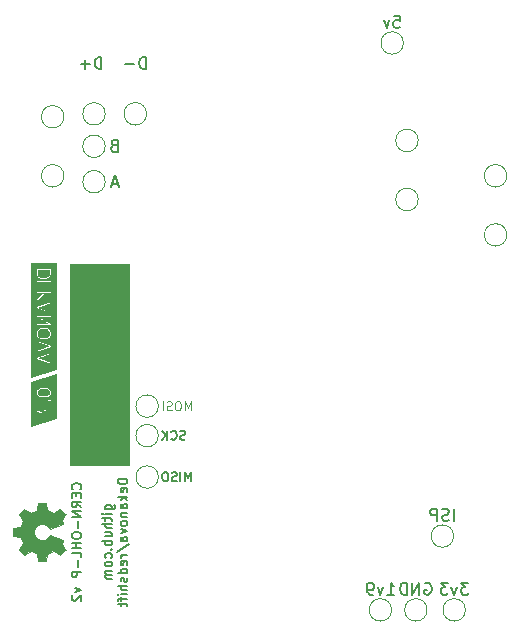
<source format=gbo>
G04 #@! TF.GenerationSoftware,KiCad,Pcbnew,6.0.7+dfsg-1~bpo11+1*
G04 #@! TF.CreationDate,2022-10-07T14:18:51+00:00*
G04 #@! TF.ProjectId,redshift,72656473-6869-4667-942e-6b696361645f,0.2*
G04 #@! TF.SameCoordinates,Original*
G04 #@! TF.FileFunction,Legend,Bot*
G04 #@! TF.FilePolarity,Positive*
%FSLAX46Y46*%
G04 Gerber Fmt 4.6, Leading zero omitted, Abs format (unit mm)*
G04 Created by KiCad (PCBNEW 6.0.7+dfsg-1~bpo11+1) date 2022-10-07 14:18:51*
%MOMM*%
%LPD*%
G01*
G04 APERTURE LIST*
%ADD10C,0.069999*%
%ADD11C,0.120000*%
%ADD12C,0.150000*%
%ADD13C,0.125000*%
%ADD14C,1.700000*%
%ADD15O,2.700000X1.700000*%
%ADD16C,0.650000*%
%ADD17O,1.050000X2.100000*%
%ADD18O,1.000000X2.000000*%
%ADD19R,1.350000X1.350000*%
%ADD20O,1.350000X1.350000*%
%ADD21R,1.400000X1.400000*%
%ADD22C,1.400000*%
%ADD23C,1.500000*%
G04 APERTURE END LIST*
D10*
G36*
X118420550Y-108177582D02*
G01*
X118421961Y-108177687D01*
X118423366Y-108177859D01*
X118424762Y-108178097D01*
X118426147Y-108178400D01*
X118427519Y-108178765D01*
X118428877Y-108179190D01*
X118430217Y-108179675D01*
X118432838Y-108180814D01*
X118435364Y-108182169D01*
X118437779Y-108183725D01*
X118440066Y-108185470D01*
X118442207Y-108187388D01*
X118444186Y-108189467D01*
X118445986Y-108191692D01*
X118446813Y-108192855D01*
X118447588Y-108194050D01*
X118448310Y-108195274D01*
X118448977Y-108196526D01*
X118449586Y-108197805D01*
X118450135Y-108199108D01*
X118450622Y-108200434D01*
X118451045Y-108201782D01*
X118451402Y-108203148D01*
X118451690Y-108204533D01*
X118562164Y-108798502D01*
X118562451Y-108799897D01*
X118562803Y-108801296D01*
X118563693Y-108804098D01*
X118564818Y-108806888D01*
X118566162Y-108809649D01*
X118567709Y-108812362D01*
X118569442Y-108815008D01*
X118571345Y-108817570D01*
X118573402Y-108820030D01*
X118575595Y-108822368D01*
X118577910Y-108824567D01*
X118580329Y-108826608D01*
X118582836Y-108828473D01*
X118585415Y-108830143D01*
X118588049Y-108831602D01*
X118590722Y-108832829D01*
X118592068Y-108833350D01*
X118593418Y-108833807D01*
X119056656Y-109019232D01*
X119059291Y-109020379D01*
X119062082Y-109021336D01*
X119065004Y-109022104D01*
X119068034Y-109022684D01*
X119071147Y-109023079D01*
X119074319Y-109023290D01*
X119077526Y-109023320D01*
X119080744Y-109023169D01*
X119083949Y-109022840D01*
X119087115Y-109022334D01*
X119090220Y-109021653D01*
X119093239Y-109020799D01*
X119096148Y-109019774D01*
X119098922Y-109018579D01*
X119101538Y-109017216D01*
X119103971Y-109015687D01*
X119595641Y-108678333D01*
X119596827Y-108677564D01*
X119598048Y-108676856D01*
X119599301Y-108676207D01*
X119600585Y-108675617D01*
X119601896Y-108675087D01*
X119603232Y-108674616D01*
X119605966Y-108673849D01*
X119608766Y-108673315D01*
X119611611Y-108673012D01*
X119614478Y-108672938D01*
X119617347Y-108673091D01*
X119620196Y-108673469D01*
X119623002Y-108674069D01*
X119625745Y-108674890D01*
X119628402Y-108675931D01*
X119630953Y-108677188D01*
X119632181Y-108677897D01*
X119633375Y-108678660D01*
X119634531Y-108679475D01*
X119635647Y-108680344D01*
X119636720Y-108681266D01*
X119637747Y-108682240D01*
X120080873Y-109125438D01*
X120081843Y-109126462D01*
X120082762Y-109127531D01*
X120083628Y-109128644D01*
X120084441Y-109129798D01*
X120085201Y-109130989D01*
X120085908Y-109132215D01*
X120086561Y-109133474D01*
X120087161Y-109134762D01*
X120087707Y-109136077D01*
X120088198Y-109137416D01*
X120089017Y-109140157D01*
X120089617Y-109142962D01*
X120089994Y-109145810D01*
X120090147Y-109148679D01*
X120090074Y-109151548D01*
X120089773Y-109154395D01*
X120089537Y-109155803D01*
X120089243Y-109157198D01*
X120088890Y-109158577D01*
X120088480Y-109159936D01*
X120088011Y-109161274D01*
X120087483Y-109162588D01*
X120086896Y-109163874D01*
X120086250Y-109165131D01*
X120085545Y-109166355D01*
X120084780Y-109167544D01*
X119753285Y-109650460D01*
X119751780Y-109652888D01*
X119750460Y-109655489D01*
X119749324Y-109658240D01*
X119748375Y-109661117D01*
X119747612Y-109664095D01*
X119747036Y-109667151D01*
X119746647Y-109670262D01*
X119746447Y-109673402D01*
X119746436Y-109676550D01*
X119746614Y-109679680D01*
X119746982Y-109682768D01*
X119747541Y-109685792D01*
X119748291Y-109688727D01*
X119749232Y-109691550D01*
X119750367Y-109694236D01*
X119751694Y-109696762D01*
X119865423Y-109909751D01*
X119866032Y-109911022D01*
X119866567Y-109912303D01*
X119867028Y-109913593D01*
X119867418Y-109914890D01*
X119867736Y-109916191D01*
X119867983Y-109917495D01*
X119868161Y-109918798D01*
X119868270Y-109920098D01*
X119868312Y-109921394D01*
X119868286Y-109922684D01*
X119868193Y-109923964D01*
X119868036Y-109925232D01*
X119867814Y-109926487D01*
X119867528Y-109927727D01*
X119867180Y-109928948D01*
X119866769Y-109930149D01*
X119866297Y-109931327D01*
X119865766Y-109932480D01*
X119865174Y-109933607D01*
X119864525Y-109934704D01*
X119863817Y-109935769D01*
X119863053Y-109936801D01*
X119862233Y-109937797D01*
X119861357Y-109938754D01*
X119860428Y-109939671D01*
X119859445Y-109940546D01*
X119858409Y-109941375D01*
X119857322Y-109942157D01*
X119856184Y-109942889D01*
X119854996Y-109943570D01*
X119853759Y-109944197D01*
X119852474Y-109944767D01*
X118791360Y-110383986D01*
X118790040Y-110384497D01*
X118788699Y-110384941D01*
X118787341Y-110385317D01*
X118785967Y-110385628D01*
X118784581Y-110385874D01*
X118783185Y-110386055D01*
X118780372Y-110386229D01*
X118777549Y-110386156D01*
X118774736Y-110385843D01*
X118771954Y-110385297D01*
X118769222Y-110384526D01*
X118766562Y-110383535D01*
X118763993Y-110382332D01*
X118761537Y-110380923D01*
X118759212Y-110379315D01*
X118757040Y-110377516D01*
X118756017Y-110376547D01*
X118755040Y-110375532D01*
X118754112Y-110374473D01*
X118753234Y-110373370D01*
X118752410Y-110372224D01*
X118751641Y-110371036D01*
X118719013Y-110317789D01*
X118716569Y-110313941D01*
X118713779Y-110309838D01*
X118710704Y-110305555D01*
X118707405Y-110301168D01*
X118703942Y-110296751D01*
X118700377Y-110292379D01*
X118696771Y-110288129D01*
X118693185Y-110284075D01*
X118669033Y-110248794D01*
X118642810Y-110215121D01*
X118614609Y-110183147D01*
X118584520Y-110152966D01*
X118552635Y-110124669D01*
X118519045Y-110098349D01*
X118483840Y-110074098D01*
X118447113Y-110052008D01*
X118408954Y-110032171D01*
X118389366Y-110023126D01*
X118369455Y-110014680D01*
X118349231Y-110006843D01*
X118328706Y-109999626D01*
X118307892Y-109993043D01*
X118286799Y-109987103D01*
X118265440Y-109981819D01*
X118243826Y-109977202D01*
X118221968Y-109973264D01*
X118199877Y-109970016D01*
X118177565Y-109967470D01*
X118155043Y-109965637D01*
X118132324Y-109964528D01*
X118109417Y-109964156D01*
X118073749Y-109965058D01*
X118038549Y-109967736D01*
X118003861Y-109972144D01*
X117969728Y-109978241D01*
X117936194Y-109985982D01*
X117903302Y-109995324D01*
X117871095Y-110006224D01*
X117839619Y-110018636D01*
X117808915Y-110032519D01*
X117779027Y-110047829D01*
X117750000Y-110064521D01*
X117721876Y-110082552D01*
X117694700Y-110101880D01*
X117668514Y-110122459D01*
X117643363Y-110144247D01*
X117619290Y-110167200D01*
X117596338Y-110191274D01*
X117574551Y-110216426D01*
X117553973Y-110242612D01*
X117534646Y-110269789D01*
X117516616Y-110297913D01*
X117499925Y-110326940D01*
X117484617Y-110356827D01*
X117470735Y-110387530D01*
X117458323Y-110419006D01*
X117447425Y-110451212D01*
X117438084Y-110484102D01*
X117430344Y-110517635D01*
X117424247Y-110551766D01*
X117419839Y-110586452D01*
X117417162Y-110621648D01*
X117416260Y-110657313D01*
X117417162Y-110692977D01*
X117419839Y-110728173D01*
X117424247Y-110762856D01*
X117430344Y-110796985D01*
X117438084Y-110830514D01*
X117447425Y-110863401D01*
X117458323Y-110895602D01*
X117470735Y-110927073D01*
X117484617Y-110957771D01*
X117499925Y-110987653D01*
X117516616Y-111016674D01*
X117534646Y-111044791D01*
X117553973Y-111071962D01*
X117574551Y-111098141D01*
X117596338Y-111123287D01*
X117619290Y-111147354D01*
X117643363Y-111170300D01*
X117668514Y-111192081D01*
X117694700Y-111212654D01*
X117721876Y-111231975D01*
X117750000Y-111250000D01*
X117779027Y-111266686D01*
X117808915Y-111281990D01*
X117839619Y-111295868D01*
X117871095Y-111308275D01*
X117903302Y-111319170D01*
X117936194Y-111328508D01*
X117969728Y-111336246D01*
X118003861Y-111342340D01*
X118038549Y-111346747D01*
X118073749Y-111349423D01*
X118109417Y-111350325D01*
X118155043Y-111348846D01*
X118199877Y-111344470D01*
X118243826Y-111337289D01*
X118286799Y-111327395D01*
X118328706Y-111314879D01*
X118369455Y-111299834D01*
X118408954Y-111282352D01*
X118447113Y-111262524D01*
X118483840Y-111240442D01*
X118519045Y-111216198D01*
X118552635Y-111189884D01*
X118584520Y-111161592D01*
X118614609Y-111131413D01*
X118642810Y-111099440D01*
X118669033Y-111065765D01*
X118693185Y-111030479D01*
X118696771Y-111026447D01*
X118700377Y-111022211D01*
X118703942Y-111017849D01*
X118707405Y-111013436D01*
X118710704Y-111009051D01*
X118713779Y-111004772D01*
X118716569Y-111000675D01*
X118719013Y-110996838D01*
X118751641Y-110943518D01*
X118752410Y-110942337D01*
X118753234Y-110941198D01*
X118754112Y-110940101D01*
X118755040Y-110939048D01*
X118756017Y-110938039D01*
X118757040Y-110937075D01*
X118758105Y-110936157D01*
X118759212Y-110935286D01*
X118760356Y-110934463D01*
X118761537Y-110933688D01*
X118762750Y-110932962D01*
X118763993Y-110932287D01*
X118765265Y-110931663D01*
X118766562Y-110931091D01*
X118767882Y-110930571D01*
X118769222Y-110930106D01*
X118770580Y-110929694D01*
X118771954Y-110929338D01*
X118773340Y-110929038D01*
X118774736Y-110928796D01*
X118776140Y-110928611D01*
X118777549Y-110928485D01*
X118778960Y-110928418D01*
X118780372Y-110928412D01*
X118781781Y-110928467D01*
X118783185Y-110928584D01*
X118784581Y-110928764D01*
X118785967Y-110929008D01*
X118787341Y-110929317D01*
X118788699Y-110929691D01*
X118790040Y-110930132D01*
X118791360Y-110930640D01*
X119852546Y-111369786D01*
X119853831Y-111370357D01*
X119855067Y-111370983D01*
X119856253Y-111371664D01*
X119857390Y-111372396D01*
X119858474Y-111373177D01*
X119859507Y-111374005D01*
X119860487Y-111374878D01*
X119861413Y-111375794D01*
X119862285Y-111376750D01*
X119863101Y-111377745D01*
X119863861Y-111378776D01*
X119864564Y-111379840D01*
X119865210Y-111380936D01*
X119865796Y-111382061D01*
X119866324Y-111383214D01*
X119866791Y-111384391D01*
X119867198Y-111385591D01*
X119867542Y-111386812D01*
X119867824Y-111388050D01*
X119868043Y-111389305D01*
X119868197Y-111390573D01*
X119868286Y-111391854D01*
X119868309Y-111393143D01*
X119868266Y-111394440D01*
X119868155Y-111395741D01*
X119867976Y-111397045D01*
X119867728Y-111398350D01*
X119867410Y-111399653D01*
X119867022Y-111400952D01*
X119866562Y-111402244D01*
X119866029Y-111403528D01*
X119865423Y-111404802D01*
X119751694Y-111617792D01*
X119750366Y-111620324D01*
X119749231Y-111623015D01*
X119748288Y-111625840D01*
X119747536Y-111628777D01*
X119746975Y-111631802D01*
X119746604Y-111634890D01*
X119746424Y-111638019D01*
X119746433Y-111641165D01*
X119746632Y-111644304D01*
X119747019Y-111647412D01*
X119747595Y-111650466D01*
X119748359Y-111653442D01*
X119749310Y-111656316D01*
X119750449Y-111659066D01*
X119751774Y-111661666D01*
X119753285Y-111664094D01*
X120084780Y-112147083D01*
X120085545Y-112148268D01*
X120086250Y-112149489D01*
X120086896Y-112150743D01*
X120087483Y-112152026D01*
X120088011Y-112153337D01*
X120088480Y-112154672D01*
X120089243Y-112157406D01*
X120089773Y-112160205D01*
X120090074Y-112163049D01*
X120090147Y-112165914D01*
X120089994Y-112168780D01*
X120089617Y-112171625D01*
X120089017Y-112174426D01*
X120088198Y-112177163D01*
X120087161Y-112179814D01*
X120085908Y-112182356D01*
X120085201Y-112183580D01*
X120084441Y-112184768D01*
X120083628Y-112185919D01*
X120082762Y-112187029D01*
X120081843Y-112188096D01*
X120080873Y-112189116D01*
X119637747Y-112632386D01*
X119636720Y-112633364D01*
X119635647Y-112634288D01*
X119634531Y-112635158D01*
X119633375Y-112635976D01*
X119632181Y-112636739D01*
X119630953Y-112637449D01*
X119629692Y-112638104D01*
X119628402Y-112638705D01*
X119627086Y-112639251D01*
X119625745Y-112639743D01*
X119623002Y-112640560D01*
X119620196Y-112641155D01*
X119617347Y-112641527D01*
X119614478Y-112641672D01*
X119611611Y-112641590D01*
X119608766Y-112641279D01*
X119607359Y-112641037D01*
X119605966Y-112640737D01*
X119604589Y-112640378D01*
X119603232Y-112639961D01*
X119601896Y-112639486D01*
X119600585Y-112638951D01*
X119599301Y-112638358D01*
X119598048Y-112637705D01*
X119596827Y-112636993D01*
X119595641Y-112636220D01*
X119103971Y-112298794D01*
X119101538Y-112297278D01*
X119098922Y-112295927D01*
X119096148Y-112294742D01*
X119093239Y-112293725D01*
X119090220Y-112292878D01*
X119087115Y-112292203D01*
X119083949Y-112291702D01*
X119080744Y-112291377D01*
X119077526Y-112291229D01*
X119074319Y-112291260D01*
X119071147Y-112291473D01*
X119068034Y-112291869D01*
X119065004Y-112292450D01*
X119062082Y-112293218D01*
X119059291Y-112294174D01*
X119056656Y-112295322D01*
X118593491Y-112480747D01*
X118592141Y-112481207D01*
X118590795Y-112481730D01*
X118588121Y-112482958D01*
X118585487Y-112484414D01*
X118582908Y-112486080D01*
X118580401Y-112487938D01*
X118577982Y-112489971D01*
X118575668Y-112492160D01*
X118573474Y-112494488D01*
X118571418Y-112496937D01*
X118569515Y-112499489D01*
X118567781Y-112502127D01*
X118566235Y-112504833D01*
X118564890Y-112507589D01*
X118563765Y-112510377D01*
X118563290Y-112511778D01*
X118562875Y-112513180D01*
X118562523Y-112514581D01*
X118562237Y-112515980D01*
X118451690Y-113109949D01*
X118451402Y-113111330D01*
X118451046Y-113112694D01*
X118450624Y-113114040D01*
X118450138Y-113115365D01*
X118449591Y-113116669D01*
X118448984Y-113117948D01*
X118448319Y-113119201D01*
X118447599Y-113120427D01*
X118446826Y-113121624D01*
X118446002Y-113122790D01*
X118445129Y-113123923D01*
X118444209Y-113125021D01*
X118443244Y-113126083D01*
X118442237Y-113127107D01*
X118441189Y-113128092D01*
X118440102Y-113129034D01*
X118438979Y-113129933D01*
X118437822Y-113130787D01*
X118436633Y-113131594D01*
X118435413Y-113132352D01*
X118434166Y-113133060D01*
X118432893Y-113133715D01*
X118431596Y-113134317D01*
X118430278Y-113134863D01*
X118428940Y-113135351D01*
X118427585Y-113135779D01*
X118426214Y-113136147D01*
X118424831Y-113136452D01*
X118423436Y-113136692D01*
X118422032Y-113136866D01*
X118420622Y-113136971D01*
X118419207Y-113137007D01*
X117792465Y-113137079D01*
X117791046Y-113137047D01*
X117789633Y-113136946D01*
X117788228Y-113136776D01*
X117786831Y-113136541D01*
X117785447Y-113136241D01*
X117784076Y-113135879D01*
X117782720Y-113135455D01*
X117781382Y-113134973D01*
X117780064Y-113134433D01*
X117778767Y-113133838D01*
X117776248Y-113132487D01*
X117773840Y-113130934D01*
X117771561Y-113129193D01*
X117769426Y-113127278D01*
X117767452Y-113125202D01*
X117765655Y-113122981D01*
X117764052Y-113120627D01*
X117763329Y-113119405D01*
X117762660Y-113118155D01*
X117762048Y-113116879D01*
X117761494Y-113115578D01*
X117761001Y-113114255D01*
X117760572Y-113112910D01*
X117760206Y-113111547D01*
X117759908Y-113110166D01*
X117646686Y-112501221D01*
X117646036Y-112498429D01*
X117645141Y-112495621D01*
X117644015Y-112492816D01*
X117642675Y-112490032D01*
X117641136Y-112487289D01*
X117639414Y-112484605D01*
X117637526Y-112481999D01*
X117635487Y-112479489D01*
X117633313Y-112477094D01*
X117631020Y-112474833D01*
X117628623Y-112472725D01*
X117626139Y-112470787D01*
X117623584Y-112469039D01*
X117620973Y-112467499D01*
X117618323Y-112466187D01*
X117615648Y-112465120D01*
X117180192Y-112278465D01*
X117177585Y-112277256D01*
X117174821Y-112276240D01*
X117171925Y-112275416D01*
X117168921Y-112274782D01*
X117165832Y-112274336D01*
X117162682Y-112274077D01*
X117159495Y-112274003D01*
X117156296Y-112274114D01*
X117153107Y-112274406D01*
X117149953Y-112274879D01*
X117146857Y-112275532D01*
X117143844Y-112276362D01*
X117140937Y-112277369D01*
X117138161Y-112278550D01*
X117135538Y-112279905D01*
X117133094Y-112281431D01*
X116615958Y-112636220D01*
X116614772Y-112636986D01*
X116613552Y-112637693D01*
X116612300Y-112638341D01*
X116611017Y-112638930D01*
X116609708Y-112639461D01*
X116608374Y-112639934D01*
X116605645Y-112640706D01*
X116602850Y-112641246D01*
X116600011Y-112641558D01*
X116597150Y-112641642D01*
X116594288Y-112641499D01*
X116591446Y-112641131D01*
X116588646Y-112640541D01*
X116585910Y-112639728D01*
X116583258Y-112638695D01*
X116580712Y-112637442D01*
X116579485Y-112636735D01*
X116578293Y-112635973D01*
X116577138Y-112635157D01*
X116576023Y-112634287D01*
X116574951Y-112633363D01*
X116573924Y-112632386D01*
X116130799Y-112189188D01*
X116129821Y-112188161D01*
X116128897Y-112187089D01*
X116128025Y-112185974D01*
X116127206Y-112184819D01*
X116126441Y-112183627D01*
X116125730Y-112182401D01*
X116125072Y-112181142D01*
X116124469Y-112179855D01*
X116123920Y-112178541D01*
X116123425Y-112177203D01*
X116122602Y-112174466D01*
X116122000Y-112171666D01*
X116121622Y-112168825D01*
X116121470Y-112165963D01*
X116121545Y-112163102D01*
X116121850Y-112160263D01*
X116122089Y-112158859D01*
X116122387Y-112157468D01*
X116122743Y-112156094D01*
X116123158Y-112154739D01*
X116123631Y-112153405D01*
X116124164Y-112152096D01*
X116124756Y-112150813D01*
X116125408Y-112149561D01*
X116126120Y-112148340D01*
X116126892Y-112147155D01*
X116487976Y-111620975D01*
X116489497Y-111618541D01*
X116490852Y-111615923D01*
X116492038Y-111613146D01*
X116493055Y-111610233D01*
X116493899Y-111607209D01*
X116494570Y-111604100D01*
X116495066Y-111600929D01*
X116495385Y-111597721D01*
X116495526Y-111594500D01*
X116495486Y-111591291D01*
X116495265Y-111588118D01*
X116494861Y-111585007D01*
X116494271Y-111581981D01*
X116493495Y-111579065D01*
X116492531Y-111576283D01*
X116491376Y-111573660D01*
X116318539Y-111151515D01*
X116318062Y-111150173D01*
X116317521Y-111148835D01*
X116316919Y-111147502D01*
X116316258Y-111146178D01*
X116314766Y-111143562D01*
X116313066Y-111141003D01*
X116311174Y-111138515D01*
X116309110Y-111136115D01*
X116306890Y-111133818D01*
X116304534Y-111131641D01*
X116302059Y-111129598D01*
X116299484Y-111127707D01*
X116296827Y-111125982D01*
X116294106Y-111124439D01*
X116291339Y-111123094D01*
X116288544Y-111121963D01*
X116285740Y-111121062D01*
X116284340Y-111120702D01*
X116282944Y-111120406D01*
X115653091Y-111003204D01*
X115651707Y-111002913D01*
X115650340Y-111002554D01*
X115648993Y-111002129D01*
X115647667Y-111001641D01*
X115646364Y-111001092D01*
X115645085Y-111000483D01*
X115643833Y-110999818D01*
X115642608Y-110999097D01*
X115641414Y-110998324D01*
X115640250Y-110997499D01*
X115639120Y-110996626D01*
X115638025Y-110995706D01*
X115636967Y-110994742D01*
X115635947Y-110993735D01*
X115634967Y-110992687D01*
X115634028Y-110991602D01*
X115633134Y-110990480D01*
X115632284Y-110989324D01*
X115631482Y-110988135D01*
X115630728Y-110986917D01*
X115630024Y-110985671D01*
X115629373Y-110984399D01*
X115628775Y-110983104D01*
X115628234Y-110981786D01*
X115627749Y-110980450D01*
X115627323Y-110979095D01*
X115626959Y-110977726D01*
X115626656Y-110976343D01*
X115626418Y-110974949D01*
X115626246Y-110973546D01*
X115626141Y-110972135D01*
X115626106Y-110970720D01*
X115626106Y-110343978D01*
X115626141Y-110342566D01*
X115626246Y-110341159D01*
X115626418Y-110339758D01*
X115626656Y-110338366D01*
X115626959Y-110336985D01*
X115627323Y-110335617D01*
X115627749Y-110334264D01*
X115628234Y-110332928D01*
X115628775Y-110331611D01*
X115629373Y-110330316D01*
X115630728Y-110327798D01*
X115632284Y-110325390D01*
X115634028Y-110323111D01*
X115635947Y-110320975D01*
X115638025Y-110319002D01*
X115640250Y-110317206D01*
X115641414Y-110316381D01*
X115642608Y-110315606D01*
X115643833Y-110314885D01*
X115645085Y-110314218D01*
X115646364Y-110313609D01*
X115647667Y-110313059D01*
X115648993Y-110312570D01*
X115650340Y-110312145D01*
X115651707Y-110311786D01*
X115653091Y-110311494D01*
X116282944Y-110194292D01*
X116285740Y-110193637D01*
X116288544Y-110192737D01*
X116291339Y-110191608D01*
X116294106Y-110190265D01*
X116296827Y-110188724D01*
X116299484Y-110187002D01*
X116302059Y-110185112D01*
X116304534Y-110183072D01*
X116306890Y-110180896D01*
X116309110Y-110178600D01*
X116311174Y-110176200D01*
X116313066Y-110173711D01*
X116314766Y-110171150D01*
X116316258Y-110168531D01*
X116317521Y-110165870D01*
X116318539Y-110163183D01*
X116491376Y-109741038D01*
X116492531Y-109738409D01*
X116493495Y-109735622D01*
X116494271Y-109732701D01*
X116494861Y-109729671D01*
X116495265Y-109726556D01*
X116495486Y-109723381D01*
X116495526Y-109720171D01*
X116495385Y-109716950D01*
X116495066Y-109713742D01*
X116494570Y-109710572D01*
X116493899Y-109707465D01*
X116493055Y-109704445D01*
X116492038Y-109701536D01*
X116490852Y-109698763D01*
X116489497Y-109696151D01*
X116487976Y-109693723D01*
X116126892Y-109167544D01*
X116126120Y-109166355D01*
X116125408Y-109165131D01*
X116124756Y-109163874D01*
X116124164Y-109162588D01*
X116123631Y-109161274D01*
X116123158Y-109159936D01*
X116122387Y-109157198D01*
X116121850Y-109154395D01*
X116121545Y-109151548D01*
X116121470Y-109148679D01*
X116121622Y-109145810D01*
X116122000Y-109142962D01*
X116122602Y-109140157D01*
X116123425Y-109137416D01*
X116124469Y-109134762D01*
X116125730Y-109132215D01*
X116126441Y-109130989D01*
X116127206Y-109129798D01*
X116128025Y-109128644D01*
X116128897Y-109127531D01*
X116129821Y-109126462D01*
X116130799Y-109125438D01*
X116573924Y-108682312D01*
X116574951Y-108681338D01*
X116576023Y-108680416D01*
X116577138Y-108679547D01*
X116578293Y-108678730D01*
X116579485Y-108677967D01*
X116580712Y-108677257D01*
X116581970Y-108676600D01*
X116583258Y-108675998D01*
X116584572Y-108675449D01*
X116585910Y-108674955D01*
X116588646Y-108674132D01*
X116591446Y-108673529D01*
X116594288Y-108673149D01*
X116597150Y-108672995D01*
X116600011Y-108673068D01*
X116602850Y-108673371D01*
X116604254Y-108673609D01*
X116605645Y-108673906D01*
X116607019Y-108674261D01*
X116608374Y-108674674D01*
X116609708Y-108675147D01*
X116611017Y-108675679D01*
X116612300Y-108676271D01*
X116613552Y-108676922D01*
X116614772Y-108677634D01*
X116615958Y-108678405D01*
X117133094Y-109033268D01*
X117135538Y-109034780D01*
X117138161Y-109036122D01*
X117140937Y-109037292D01*
X117143844Y-109038288D01*
X117146857Y-109039109D01*
X117149953Y-109039754D01*
X117153107Y-109040220D01*
X117156296Y-109040507D01*
X117159495Y-109040613D01*
X117162682Y-109040536D01*
X117165832Y-109040276D01*
X117168921Y-109039830D01*
X117171925Y-109039197D01*
X117174821Y-109038375D01*
X117177585Y-109037364D01*
X117180192Y-109036161D01*
X117615648Y-108849434D01*
X117616988Y-108848936D01*
X117618323Y-108848375D01*
X117620973Y-108847071D01*
X117623584Y-108845542D01*
X117626139Y-108843804D01*
X117628623Y-108841877D01*
X117631020Y-108839779D01*
X117633313Y-108837528D01*
X117635487Y-108835142D01*
X117637526Y-108832640D01*
X117639414Y-108830040D01*
X117641136Y-108827360D01*
X117642675Y-108824619D01*
X117644015Y-108821834D01*
X117645141Y-108819025D01*
X117645618Y-108817617D01*
X117646036Y-108816209D01*
X117646393Y-108814804D01*
X117646686Y-108813405D01*
X117759908Y-108204533D01*
X117760206Y-108203145D01*
X117760571Y-108201776D01*
X117761001Y-108200426D01*
X117761493Y-108199098D01*
X117762045Y-108197793D01*
X117762657Y-108196513D01*
X117763324Y-108195259D01*
X117764046Y-108194034D01*
X117764821Y-108192839D01*
X117765646Y-108191675D01*
X117766519Y-108190545D01*
X117767439Y-108189450D01*
X117768403Y-108188392D01*
X117769408Y-108187373D01*
X117770455Y-108186393D01*
X117771539Y-108185456D01*
X117772659Y-108184562D01*
X117773813Y-108183713D01*
X117774999Y-108182912D01*
X117776215Y-108182159D01*
X117777459Y-108181457D01*
X117778728Y-108180807D01*
X117780022Y-108180210D01*
X117781337Y-108179670D01*
X117782671Y-108179186D01*
X117784024Y-108178761D01*
X117785392Y-108178397D01*
X117786773Y-108178096D01*
X117788166Y-108177858D01*
X117789568Y-108177687D01*
X117790978Y-108177582D01*
X117792392Y-108177547D01*
X118419134Y-108177547D01*
X118420550Y-108177582D01*
G37*
X118420550Y-108177582D02*
X118421961Y-108177687D01*
X118423366Y-108177859D01*
X118424762Y-108178097D01*
X118426147Y-108178400D01*
X118427519Y-108178765D01*
X118428877Y-108179190D01*
X118430217Y-108179675D01*
X118432838Y-108180814D01*
X118435364Y-108182169D01*
X118437779Y-108183725D01*
X118440066Y-108185470D01*
X118442207Y-108187388D01*
X118444186Y-108189467D01*
X118445986Y-108191692D01*
X118446813Y-108192855D01*
X118447588Y-108194050D01*
X118448310Y-108195274D01*
X118448977Y-108196526D01*
X118449586Y-108197805D01*
X118450135Y-108199108D01*
X118450622Y-108200434D01*
X118451045Y-108201782D01*
X118451402Y-108203148D01*
X118451690Y-108204533D01*
X118562164Y-108798502D01*
X118562451Y-108799897D01*
X118562803Y-108801296D01*
X118563693Y-108804098D01*
X118564818Y-108806888D01*
X118566162Y-108809649D01*
X118567709Y-108812362D01*
X118569442Y-108815008D01*
X118571345Y-108817570D01*
X118573402Y-108820030D01*
X118575595Y-108822368D01*
X118577910Y-108824567D01*
X118580329Y-108826608D01*
X118582836Y-108828473D01*
X118585415Y-108830143D01*
X118588049Y-108831602D01*
X118590722Y-108832829D01*
X118592068Y-108833350D01*
X118593418Y-108833807D01*
X119056656Y-109019232D01*
X119059291Y-109020379D01*
X119062082Y-109021336D01*
X119065004Y-109022104D01*
X119068034Y-109022684D01*
X119071147Y-109023079D01*
X119074319Y-109023290D01*
X119077526Y-109023320D01*
X119080744Y-109023169D01*
X119083949Y-109022840D01*
X119087115Y-109022334D01*
X119090220Y-109021653D01*
X119093239Y-109020799D01*
X119096148Y-109019774D01*
X119098922Y-109018579D01*
X119101538Y-109017216D01*
X119103971Y-109015687D01*
X119595641Y-108678333D01*
X119596827Y-108677564D01*
X119598048Y-108676856D01*
X119599301Y-108676207D01*
X119600585Y-108675617D01*
X119601896Y-108675087D01*
X119603232Y-108674616D01*
X119605966Y-108673849D01*
X119608766Y-108673315D01*
X119611611Y-108673012D01*
X119614478Y-108672938D01*
X119617347Y-108673091D01*
X119620196Y-108673469D01*
X119623002Y-108674069D01*
X119625745Y-108674890D01*
X119628402Y-108675931D01*
X119630953Y-108677188D01*
X119632181Y-108677897D01*
X119633375Y-108678660D01*
X119634531Y-108679475D01*
X119635647Y-108680344D01*
X119636720Y-108681266D01*
X119637747Y-108682240D01*
X120080873Y-109125438D01*
X120081843Y-109126462D01*
X120082762Y-109127531D01*
X120083628Y-109128644D01*
X120084441Y-109129798D01*
X120085201Y-109130989D01*
X120085908Y-109132215D01*
X120086561Y-109133474D01*
X120087161Y-109134762D01*
X120087707Y-109136077D01*
X120088198Y-109137416D01*
X120089017Y-109140157D01*
X120089617Y-109142962D01*
X120089994Y-109145810D01*
X120090147Y-109148679D01*
X120090074Y-109151548D01*
X120089773Y-109154395D01*
X120089537Y-109155803D01*
X120089243Y-109157198D01*
X120088890Y-109158577D01*
X120088480Y-109159936D01*
X120088011Y-109161274D01*
X120087483Y-109162588D01*
X120086896Y-109163874D01*
X120086250Y-109165131D01*
X120085545Y-109166355D01*
X120084780Y-109167544D01*
X119753285Y-109650460D01*
X119751780Y-109652888D01*
X119750460Y-109655489D01*
X119749324Y-109658240D01*
X119748375Y-109661117D01*
X119747612Y-109664095D01*
X119747036Y-109667151D01*
X119746647Y-109670262D01*
X119746447Y-109673402D01*
X119746436Y-109676550D01*
X119746614Y-109679680D01*
X119746982Y-109682768D01*
X119747541Y-109685792D01*
X119748291Y-109688727D01*
X119749232Y-109691550D01*
X119750367Y-109694236D01*
X119751694Y-109696762D01*
X119865423Y-109909751D01*
X119866032Y-109911022D01*
X119866567Y-109912303D01*
X119867028Y-109913593D01*
X119867418Y-109914890D01*
X119867736Y-109916191D01*
X119867983Y-109917495D01*
X119868161Y-109918798D01*
X119868270Y-109920098D01*
X119868312Y-109921394D01*
X119868286Y-109922684D01*
X119868193Y-109923964D01*
X119868036Y-109925232D01*
X119867814Y-109926487D01*
X119867528Y-109927727D01*
X119867180Y-109928948D01*
X119866769Y-109930149D01*
X119866297Y-109931327D01*
X119865766Y-109932480D01*
X119865174Y-109933607D01*
X119864525Y-109934704D01*
X119863817Y-109935769D01*
X119863053Y-109936801D01*
X119862233Y-109937797D01*
X119861357Y-109938754D01*
X119860428Y-109939671D01*
X119859445Y-109940546D01*
X119858409Y-109941375D01*
X119857322Y-109942157D01*
X119856184Y-109942889D01*
X119854996Y-109943570D01*
X119853759Y-109944197D01*
X119852474Y-109944767D01*
X118791360Y-110383986D01*
X118790040Y-110384497D01*
X118788699Y-110384941D01*
X118787341Y-110385317D01*
X118785967Y-110385628D01*
X118784581Y-110385874D01*
X118783185Y-110386055D01*
X118780372Y-110386229D01*
X118777549Y-110386156D01*
X118774736Y-110385843D01*
X118771954Y-110385297D01*
X118769222Y-110384526D01*
X118766562Y-110383535D01*
X118763993Y-110382332D01*
X118761537Y-110380923D01*
X118759212Y-110379315D01*
X118757040Y-110377516D01*
X118756017Y-110376547D01*
X118755040Y-110375532D01*
X118754112Y-110374473D01*
X118753234Y-110373370D01*
X118752410Y-110372224D01*
X118751641Y-110371036D01*
X118719013Y-110317789D01*
X118716569Y-110313941D01*
X118713779Y-110309838D01*
X118710704Y-110305555D01*
X118707405Y-110301168D01*
X118703942Y-110296751D01*
X118700377Y-110292379D01*
X118696771Y-110288129D01*
X118693185Y-110284075D01*
X118669033Y-110248794D01*
X118642810Y-110215121D01*
X118614609Y-110183147D01*
X118584520Y-110152966D01*
X118552635Y-110124669D01*
X118519045Y-110098349D01*
X118483840Y-110074098D01*
X118447113Y-110052008D01*
X118408954Y-110032171D01*
X118389366Y-110023126D01*
X118369455Y-110014680D01*
X118349231Y-110006843D01*
X118328706Y-109999626D01*
X118307892Y-109993043D01*
X118286799Y-109987103D01*
X118265440Y-109981819D01*
X118243826Y-109977202D01*
X118221968Y-109973264D01*
X118199877Y-109970016D01*
X118177565Y-109967470D01*
X118155043Y-109965637D01*
X118132324Y-109964528D01*
X118109417Y-109964156D01*
X118073749Y-109965058D01*
X118038549Y-109967736D01*
X118003861Y-109972144D01*
X117969728Y-109978241D01*
X117936194Y-109985982D01*
X117903302Y-109995324D01*
X117871095Y-110006224D01*
X117839619Y-110018636D01*
X117808915Y-110032519D01*
X117779027Y-110047829D01*
X117750000Y-110064521D01*
X117721876Y-110082552D01*
X117694700Y-110101880D01*
X117668514Y-110122459D01*
X117643363Y-110144247D01*
X117619290Y-110167200D01*
X117596338Y-110191274D01*
X117574551Y-110216426D01*
X117553973Y-110242612D01*
X117534646Y-110269789D01*
X117516616Y-110297913D01*
X117499925Y-110326940D01*
X117484617Y-110356827D01*
X117470735Y-110387530D01*
X117458323Y-110419006D01*
X117447425Y-110451212D01*
X117438084Y-110484102D01*
X117430344Y-110517635D01*
X117424247Y-110551766D01*
X117419839Y-110586452D01*
X117417162Y-110621648D01*
X117416260Y-110657313D01*
X117417162Y-110692977D01*
X117419839Y-110728173D01*
X117424247Y-110762856D01*
X117430344Y-110796985D01*
X117438084Y-110830514D01*
X117447425Y-110863401D01*
X117458323Y-110895602D01*
X117470735Y-110927073D01*
X117484617Y-110957771D01*
X117499925Y-110987653D01*
X117516616Y-111016674D01*
X117534646Y-111044791D01*
X117553973Y-111071962D01*
X117574551Y-111098141D01*
X117596338Y-111123287D01*
X117619290Y-111147354D01*
X117643363Y-111170300D01*
X117668514Y-111192081D01*
X117694700Y-111212654D01*
X117721876Y-111231975D01*
X117750000Y-111250000D01*
X117779027Y-111266686D01*
X117808915Y-111281990D01*
X117839619Y-111295868D01*
X117871095Y-111308275D01*
X117903302Y-111319170D01*
X117936194Y-111328508D01*
X117969728Y-111336246D01*
X118003861Y-111342340D01*
X118038549Y-111346747D01*
X118073749Y-111349423D01*
X118109417Y-111350325D01*
X118155043Y-111348846D01*
X118199877Y-111344470D01*
X118243826Y-111337289D01*
X118286799Y-111327395D01*
X118328706Y-111314879D01*
X118369455Y-111299834D01*
X118408954Y-111282352D01*
X118447113Y-111262524D01*
X118483840Y-111240442D01*
X118519045Y-111216198D01*
X118552635Y-111189884D01*
X118584520Y-111161592D01*
X118614609Y-111131413D01*
X118642810Y-111099440D01*
X118669033Y-111065765D01*
X118693185Y-111030479D01*
X118696771Y-111026447D01*
X118700377Y-111022211D01*
X118703942Y-111017849D01*
X118707405Y-111013436D01*
X118710704Y-111009051D01*
X118713779Y-111004772D01*
X118716569Y-111000675D01*
X118719013Y-110996838D01*
X118751641Y-110943518D01*
X118752410Y-110942337D01*
X118753234Y-110941198D01*
X118754112Y-110940101D01*
X118755040Y-110939048D01*
X118756017Y-110938039D01*
X118757040Y-110937075D01*
X118758105Y-110936157D01*
X118759212Y-110935286D01*
X118760356Y-110934463D01*
X118761537Y-110933688D01*
X118762750Y-110932962D01*
X118763993Y-110932287D01*
X118765265Y-110931663D01*
X118766562Y-110931091D01*
X118767882Y-110930571D01*
X118769222Y-110930106D01*
X118770580Y-110929694D01*
X118771954Y-110929338D01*
X118773340Y-110929038D01*
X118774736Y-110928796D01*
X118776140Y-110928611D01*
X118777549Y-110928485D01*
X118778960Y-110928418D01*
X118780372Y-110928412D01*
X118781781Y-110928467D01*
X118783185Y-110928584D01*
X118784581Y-110928764D01*
X118785967Y-110929008D01*
X118787341Y-110929317D01*
X118788699Y-110929691D01*
X118790040Y-110930132D01*
X118791360Y-110930640D01*
X119852546Y-111369786D01*
X119853831Y-111370357D01*
X119855067Y-111370983D01*
X119856253Y-111371664D01*
X119857390Y-111372396D01*
X119858474Y-111373177D01*
X119859507Y-111374005D01*
X119860487Y-111374878D01*
X119861413Y-111375794D01*
X119862285Y-111376750D01*
X119863101Y-111377745D01*
X119863861Y-111378776D01*
X119864564Y-111379840D01*
X119865210Y-111380936D01*
X119865796Y-111382061D01*
X119866324Y-111383214D01*
X119866791Y-111384391D01*
X119867198Y-111385591D01*
X119867542Y-111386812D01*
X119867824Y-111388050D01*
X119868043Y-111389305D01*
X119868197Y-111390573D01*
X119868286Y-111391854D01*
X119868309Y-111393143D01*
X119868266Y-111394440D01*
X119868155Y-111395741D01*
X119867976Y-111397045D01*
X119867728Y-111398350D01*
X119867410Y-111399653D01*
X119867022Y-111400952D01*
X119866562Y-111402244D01*
X119866029Y-111403528D01*
X119865423Y-111404802D01*
X119751694Y-111617792D01*
X119750366Y-111620324D01*
X119749231Y-111623015D01*
X119748288Y-111625840D01*
X119747536Y-111628777D01*
X119746975Y-111631802D01*
X119746604Y-111634890D01*
X119746424Y-111638019D01*
X119746433Y-111641165D01*
X119746632Y-111644304D01*
X119747019Y-111647412D01*
X119747595Y-111650466D01*
X119748359Y-111653442D01*
X119749310Y-111656316D01*
X119750449Y-111659066D01*
X119751774Y-111661666D01*
X119753285Y-111664094D01*
X120084780Y-112147083D01*
X120085545Y-112148268D01*
X120086250Y-112149489D01*
X120086896Y-112150743D01*
X120087483Y-112152026D01*
X120088011Y-112153337D01*
X120088480Y-112154672D01*
X120089243Y-112157406D01*
X120089773Y-112160205D01*
X120090074Y-112163049D01*
X120090147Y-112165914D01*
X120089994Y-112168780D01*
X120089617Y-112171625D01*
X120089017Y-112174426D01*
X120088198Y-112177163D01*
X120087161Y-112179814D01*
X120085908Y-112182356D01*
X120085201Y-112183580D01*
X120084441Y-112184768D01*
X120083628Y-112185919D01*
X120082762Y-112187029D01*
X120081843Y-112188096D01*
X120080873Y-112189116D01*
X119637747Y-112632386D01*
X119636720Y-112633364D01*
X119635647Y-112634288D01*
X119634531Y-112635158D01*
X119633375Y-112635976D01*
X119632181Y-112636739D01*
X119630953Y-112637449D01*
X119629692Y-112638104D01*
X119628402Y-112638705D01*
X119627086Y-112639251D01*
X119625745Y-112639743D01*
X119623002Y-112640560D01*
X119620196Y-112641155D01*
X119617347Y-112641527D01*
X119614478Y-112641672D01*
X119611611Y-112641590D01*
X119608766Y-112641279D01*
X119607359Y-112641037D01*
X119605966Y-112640737D01*
X119604589Y-112640378D01*
X119603232Y-112639961D01*
X119601896Y-112639486D01*
X119600585Y-112638951D01*
X119599301Y-112638358D01*
X119598048Y-112637705D01*
X119596827Y-112636993D01*
X119595641Y-112636220D01*
X119103971Y-112298794D01*
X119101538Y-112297278D01*
X119098922Y-112295927D01*
X119096148Y-112294742D01*
X119093239Y-112293725D01*
X119090220Y-112292878D01*
X119087115Y-112292203D01*
X119083949Y-112291702D01*
X119080744Y-112291377D01*
X119077526Y-112291229D01*
X119074319Y-112291260D01*
X119071147Y-112291473D01*
X119068034Y-112291869D01*
X119065004Y-112292450D01*
X119062082Y-112293218D01*
X119059291Y-112294174D01*
X119056656Y-112295322D01*
X118593491Y-112480747D01*
X118592141Y-112481207D01*
X118590795Y-112481730D01*
X118588121Y-112482958D01*
X118585487Y-112484414D01*
X118582908Y-112486080D01*
X118580401Y-112487938D01*
X118577982Y-112489971D01*
X118575668Y-112492160D01*
X118573474Y-112494488D01*
X118571418Y-112496937D01*
X118569515Y-112499489D01*
X118567781Y-112502127D01*
X118566235Y-112504833D01*
X118564890Y-112507589D01*
X118563765Y-112510377D01*
X118563290Y-112511778D01*
X118562875Y-112513180D01*
X118562523Y-112514581D01*
X118562237Y-112515980D01*
X118451690Y-113109949D01*
X118451402Y-113111330D01*
X118451046Y-113112694D01*
X118450624Y-113114040D01*
X118450138Y-113115365D01*
X118449591Y-113116669D01*
X118448984Y-113117948D01*
X118448319Y-113119201D01*
X118447599Y-113120427D01*
X118446826Y-113121624D01*
X118446002Y-113122790D01*
X118445129Y-113123923D01*
X118444209Y-113125021D01*
X118443244Y-113126083D01*
X118442237Y-113127107D01*
X118441189Y-113128092D01*
X118440102Y-113129034D01*
X118438979Y-113129933D01*
X118437822Y-113130787D01*
X118436633Y-113131594D01*
X118435413Y-113132352D01*
X118434166Y-113133060D01*
X118432893Y-113133715D01*
X118431596Y-113134317D01*
X118430278Y-113134863D01*
X118428940Y-113135351D01*
X118427585Y-113135779D01*
X118426214Y-113136147D01*
X118424831Y-113136452D01*
X118423436Y-113136692D01*
X118422032Y-113136866D01*
X118420622Y-113136971D01*
X118419207Y-113137007D01*
X117792465Y-113137079D01*
X117791046Y-113137047D01*
X117789633Y-113136946D01*
X117788228Y-113136776D01*
X117786831Y-113136541D01*
X117785447Y-113136241D01*
X117784076Y-113135879D01*
X117782720Y-113135455D01*
X117781382Y-113134973D01*
X117780064Y-113134433D01*
X117778767Y-113133838D01*
X117776248Y-113132487D01*
X117773840Y-113130934D01*
X117771561Y-113129193D01*
X117769426Y-113127278D01*
X117767452Y-113125202D01*
X117765655Y-113122981D01*
X117764052Y-113120627D01*
X117763329Y-113119405D01*
X117762660Y-113118155D01*
X117762048Y-113116879D01*
X117761494Y-113115578D01*
X117761001Y-113114255D01*
X117760572Y-113112910D01*
X117760206Y-113111547D01*
X117759908Y-113110166D01*
X117646686Y-112501221D01*
X117646036Y-112498429D01*
X117645141Y-112495621D01*
X117644015Y-112492816D01*
X117642675Y-112490032D01*
X117641136Y-112487289D01*
X117639414Y-112484605D01*
X117637526Y-112481999D01*
X117635487Y-112479489D01*
X117633313Y-112477094D01*
X117631020Y-112474833D01*
X117628623Y-112472725D01*
X117626139Y-112470787D01*
X117623584Y-112469039D01*
X117620973Y-112467499D01*
X117618323Y-112466187D01*
X117615648Y-112465120D01*
X117180192Y-112278465D01*
X117177585Y-112277256D01*
X117174821Y-112276240D01*
X117171925Y-112275416D01*
X117168921Y-112274782D01*
X117165832Y-112274336D01*
X117162682Y-112274077D01*
X117159495Y-112274003D01*
X117156296Y-112274114D01*
X117153107Y-112274406D01*
X117149953Y-112274879D01*
X117146857Y-112275532D01*
X117143844Y-112276362D01*
X117140937Y-112277369D01*
X117138161Y-112278550D01*
X117135538Y-112279905D01*
X117133094Y-112281431D01*
X116615958Y-112636220D01*
X116614772Y-112636986D01*
X116613552Y-112637693D01*
X116612300Y-112638341D01*
X116611017Y-112638930D01*
X116609708Y-112639461D01*
X116608374Y-112639934D01*
X116605645Y-112640706D01*
X116602850Y-112641246D01*
X116600011Y-112641558D01*
X116597150Y-112641642D01*
X116594288Y-112641499D01*
X116591446Y-112641131D01*
X116588646Y-112640541D01*
X116585910Y-112639728D01*
X116583258Y-112638695D01*
X116580712Y-112637442D01*
X116579485Y-112636735D01*
X116578293Y-112635973D01*
X116577138Y-112635157D01*
X116576023Y-112634287D01*
X116574951Y-112633363D01*
X116573924Y-112632386D01*
X116130799Y-112189188D01*
X116129821Y-112188161D01*
X116128897Y-112187089D01*
X116128025Y-112185974D01*
X116127206Y-112184819D01*
X116126441Y-112183627D01*
X116125730Y-112182401D01*
X116125072Y-112181142D01*
X116124469Y-112179855D01*
X116123920Y-112178541D01*
X116123425Y-112177203D01*
X116122602Y-112174466D01*
X116122000Y-112171666D01*
X116121622Y-112168825D01*
X116121470Y-112165963D01*
X116121545Y-112163102D01*
X116121850Y-112160263D01*
X116122089Y-112158859D01*
X116122387Y-112157468D01*
X116122743Y-112156094D01*
X116123158Y-112154739D01*
X116123631Y-112153405D01*
X116124164Y-112152096D01*
X116124756Y-112150813D01*
X116125408Y-112149561D01*
X116126120Y-112148340D01*
X116126892Y-112147155D01*
X116487976Y-111620975D01*
X116489497Y-111618541D01*
X116490852Y-111615923D01*
X116492038Y-111613146D01*
X116493055Y-111610233D01*
X116493899Y-111607209D01*
X116494570Y-111604100D01*
X116495066Y-111600929D01*
X116495385Y-111597721D01*
X116495526Y-111594500D01*
X116495486Y-111591291D01*
X116495265Y-111588118D01*
X116494861Y-111585007D01*
X116494271Y-111581981D01*
X116493495Y-111579065D01*
X116492531Y-111576283D01*
X116491376Y-111573660D01*
X116318539Y-111151515D01*
X116318062Y-111150173D01*
X116317521Y-111148835D01*
X116316919Y-111147502D01*
X116316258Y-111146178D01*
X116314766Y-111143562D01*
X116313066Y-111141003D01*
X116311174Y-111138515D01*
X116309110Y-111136115D01*
X116306890Y-111133818D01*
X116304534Y-111131641D01*
X116302059Y-111129598D01*
X116299484Y-111127707D01*
X116296827Y-111125982D01*
X116294106Y-111124439D01*
X116291339Y-111123094D01*
X116288544Y-111121963D01*
X116285740Y-111121062D01*
X116284340Y-111120702D01*
X116282944Y-111120406D01*
X115653091Y-111003204D01*
X115651707Y-111002913D01*
X115650340Y-111002554D01*
X115648993Y-111002129D01*
X115647667Y-111001641D01*
X115646364Y-111001092D01*
X115645085Y-111000483D01*
X115643833Y-110999818D01*
X115642608Y-110999097D01*
X115641414Y-110998324D01*
X115640250Y-110997499D01*
X115639120Y-110996626D01*
X115638025Y-110995706D01*
X115636967Y-110994742D01*
X115635947Y-110993735D01*
X115634967Y-110992687D01*
X115634028Y-110991602D01*
X115633134Y-110990480D01*
X115632284Y-110989324D01*
X115631482Y-110988135D01*
X115630728Y-110986917D01*
X115630024Y-110985671D01*
X115629373Y-110984399D01*
X115628775Y-110983104D01*
X115628234Y-110981786D01*
X115627749Y-110980450D01*
X115627323Y-110979095D01*
X115626959Y-110977726D01*
X115626656Y-110976343D01*
X115626418Y-110974949D01*
X115626246Y-110973546D01*
X115626141Y-110972135D01*
X115626106Y-110970720D01*
X115626106Y-110343978D01*
X115626141Y-110342566D01*
X115626246Y-110341159D01*
X115626418Y-110339758D01*
X115626656Y-110338366D01*
X115626959Y-110336985D01*
X115627323Y-110335617D01*
X115627749Y-110334264D01*
X115628234Y-110332928D01*
X115628775Y-110331611D01*
X115629373Y-110330316D01*
X115630728Y-110327798D01*
X115632284Y-110325390D01*
X115634028Y-110323111D01*
X115635947Y-110320975D01*
X115638025Y-110319002D01*
X115640250Y-110317206D01*
X115641414Y-110316381D01*
X115642608Y-110315606D01*
X115643833Y-110314885D01*
X115645085Y-110314218D01*
X115646364Y-110313609D01*
X115647667Y-110313059D01*
X115648993Y-110312570D01*
X115650340Y-110312145D01*
X115651707Y-110311786D01*
X115653091Y-110311494D01*
X116282944Y-110194292D01*
X116285740Y-110193637D01*
X116288544Y-110192737D01*
X116291339Y-110191608D01*
X116294106Y-110190265D01*
X116296827Y-110188724D01*
X116299484Y-110187002D01*
X116302059Y-110185112D01*
X116304534Y-110183072D01*
X116306890Y-110180896D01*
X116309110Y-110178600D01*
X116311174Y-110176200D01*
X116313066Y-110173711D01*
X116314766Y-110171150D01*
X116316258Y-110168531D01*
X116317521Y-110165870D01*
X116318539Y-110163183D01*
X116491376Y-109741038D01*
X116492531Y-109738409D01*
X116493495Y-109735622D01*
X116494271Y-109732701D01*
X116494861Y-109729671D01*
X116495265Y-109726556D01*
X116495486Y-109723381D01*
X116495526Y-109720171D01*
X116495385Y-109716950D01*
X116495066Y-109713742D01*
X116494570Y-109710572D01*
X116493899Y-109707465D01*
X116493055Y-109704445D01*
X116492038Y-109701536D01*
X116490852Y-109698763D01*
X116489497Y-109696151D01*
X116487976Y-109693723D01*
X116126892Y-109167544D01*
X116126120Y-109166355D01*
X116125408Y-109165131D01*
X116124756Y-109163874D01*
X116124164Y-109162588D01*
X116123631Y-109161274D01*
X116123158Y-109159936D01*
X116122387Y-109157198D01*
X116121850Y-109154395D01*
X116121545Y-109151548D01*
X116121470Y-109148679D01*
X116121622Y-109145810D01*
X116122000Y-109142962D01*
X116122602Y-109140157D01*
X116123425Y-109137416D01*
X116124469Y-109134762D01*
X116125730Y-109132215D01*
X116126441Y-109130989D01*
X116127206Y-109129798D01*
X116128025Y-109128644D01*
X116128897Y-109127531D01*
X116129821Y-109126462D01*
X116130799Y-109125438D01*
X116573924Y-108682312D01*
X116574951Y-108681338D01*
X116576023Y-108680416D01*
X116577138Y-108679547D01*
X116578293Y-108678730D01*
X116579485Y-108677967D01*
X116580712Y-108677257D01*
X116581970Y-108676600D01*
X116583258Y-108675998D01*
X116584572Y-108675449D01*
X116585910Y-108674955D01*
X116588646Y-108674132D01*
X116591446Y-108673529D01*
X116594288Y-108673149D01*
X116597150Y-108672995D01*
X116600011Y-108673068D01*
X116602850Y-108673371D01*
X116604254Y-108673609D01*
X116605645Y-108673906D01*
X116607019Y-108674261D01*
X116608374Y-108674674D01*
X116609708Y-108675147D01*
X116611017Y-108675679D01*
X116612300Y-108676271D01*
X116613552Y-108676922D01*
X116614772Y-108677634D01*
X116615958Y-108678405D01*
X117133094Y-109033268D01*
X117135538Y-109034780D01*
X117138161Y-109036122D01*
X117140937Y-109037292D01*
X117143844Y-109038288D01*
X117146857Y-109039109D01*
X117149953Y-109039754D01*
X117153107Y-109040220D01*
X117156296Y-109040507D01*
X117159495Y-109040613D01*
X117162682Y-109040536D01*
X117165832Y-109040276D01*
X117168921Y-109039830D01*
X117171925Y-109039197D01*
X117174821Y-109038375D01*
X117177585Y-109037364D01*
X117180192Y-109036161D01*
X117615648Y-108849434D01*
X117616988Y-108848936D01*
X117618323Y-108848375D01*
X117620973Y-108847071D01*
X117623584Y-108845542D01*
X117626139Y-108843804D01*
X117628623Y-108841877D01*
X117631020Y-108839779D01*
X117633313Y-108837528D01*
X117635487Y-108835142D01*
X117637526Y-108832640D01*
X117639414Y-108830040D01*
X117641136Y-108827360D01*
X117642675Y-108824619D01*
X117644015Y-108821834D01*
X117645141Y-108819025D01*
X117645618Y-108817617D01*
X117646036Y-108816209D01*
X117646393Y-108814804D01*
X117646686Y-108813405D01*
X117759908Y-108204533D01*
X117760206Y-108203145D01*
X117760571Y-108201776D01*
X117761001Y-108200426D01*
X117761493Y-108199098D01*
X117762045Y-108197793D01*
X117762657Y-108196513D01*
X117763324Y-108195259D01*
X117764046Y-108194034D01*
X117764821Y-108192839D01*
X117765646Y-108191675D01*
X117766519Y-108190545D01*
X117767439Y-108189450D01*
X117768403Y-108188392D01*
X117769408Y-108187373D01*
X117770455Y-108186393D01*
X117771539Y-108185456D01*
X117772659Y-108184562D01*
X117773813Y-108183713D01*
X117774999Y-108182912D01*
X117776215Y-108182159D01*
X117777459Y-108181457D01*
X117778728Y-108180807D01*
X117780022Y-108180210D01*
X117781337Y-108179670D01*
X117782671Y-108179186D01*
X117784024Y-108178761D01*
X117785392Y-108178397D01*
X117786773Y-108178096D01*
X117788166Y-108177858D01*
X117789568Y-108177687D01*
X117790978Y-108177582D01*
X117792392Y-108177547D01*
X118419134Y-108177547D01*
X118420550Y-108177582D01*
D11*
X125500000Y-105000000D02*
X120500000Y-105000000D01*
X120500000Y-105000000D02*
X120500000Y-88000000D01*
X120500000Y-88000000D02*
X125500000Y-88000000D01*
X125500000Y-88000000D02*
X125500000Y-105000000D01*
G36*
X125500000Y-105000000D02*
G01*
X120500000Y-105000000D01*
X120500000Y-88000000D01*
X125500000Y-88000000D01*
X125500000Y-105000000D01*
G37*
D12*
X124178571Y-77928571D02*
X124035714Y-77976190D01*
X123988095Y-78023809D01*
X123940476Y-78119047D01*
X123940476Y-78261904D01*
X123988095Y-78357142D01*
X124035714Y-78404761D01*
X124130952Y-78452380D01*
X124511904Y-78452380D01*
X124511904Y-77452380D01*
X124178571Y-77452380D01*
X124083333Y-77500000D01*
X124035714Y-77547619D01*
X123988095Y-77642857D01*
X123988095Y-77738095D01*
X124035714Y-77833333D01*
X124083333Y-77880952D01*
X124178571Y-77928571D01*
X124511904Y-77928571D01*
X154190476Y-114952380D02*
X153571428Y-114952380D01*
X153904761Y-115333333D01*
X153761904Y-115333333D01*
X153666666Y-115380952D01*
X153619047Y-115428571D01*
X153571428Y-115523809D01*
X153571428Y-115761904D01*
X153619047Y-115857142D01*
X153666666Y-115904761D01*
X153761904Y-115952380D01*
X154047619Y-115952380D01*
X154142857Y-115904761D01*
X154190476Y-115857142D01*
X153238095Y-115285714D02*
X153000000Y-115952380D01*
X152761904Y-115285714D01*
X152476190Y-114952380D02*
X151857142Y-114952380D01*
X152190476Y-115333333D01*
X152047619Y-115333333D01*
X151952380Y-115380952D01*
X151904761Y-115428571D01*
X151857142Y-115523809D01*
X151857142Y-115761904D01*
X151904761Y-115857142D01*
X151952380Y-115904761D01*
X152047619Y-115952380D01*
X152333333Y-115952380D01*
X152428571Y-115904761D01*
X152476190Y-115857142D01*
X130678571Y-106339285D02*
X130678571Y-105589285D01*
X130428571Y-106125000D01*
X130178571Y-105589285D01*
X130178571Y-106339285D01*
X129821428Y-106339285D02*
X129821428Y-105589285D01*
X129500000Y-106303571D02*
X129392857Y-106339285D01*
X129214285Y-106339285D01*
X129142857Y-106303571D01*
X129107142Y-106267857D01*
X129071428Y-106196428D01*
X129071428Y-106125000D01*
X129107142Y-106053571D01*
X129142857Y-106017857D01*
X129214285Y-105982142D01*
X129357142Y-105946428D01*
X129428571Y-105910714D01*
X129464285Y-105875000D01*
X129500000Y-105803571D01*
X129500000Y-105732142D01*
X129464285Y-105660714D01*
X129428571Y-105625000D01*
X129357142Y-105589285D01*
X129178571Y-105589285D01*
X129071428Y-105625000D01*
X128607142Y-105589285D02*
X128464285Y-105589285D01*
X128392857Y-105625000D01*
X128321428Y-105696428D01*
X128285714Y-105839285D01*
X128285714Y-106089285D01*
X128321428Y-106232142D01*
X128392857Y-106303571D01*
X128464285Y-106339285D01*
X128607142Y-106339285D01*
X128678571Y-106303571D01*
X128750000Y-106232142D01*
X128785714Y-106089285D01*
X128785714Y-105839285D01*
X128750000Y-105696428D01*
X128678571Y-105625000D01*
X128607142Y-105589285D01*
X147892857Y-66952380D02*
X148369047Y-66952380D01*
X148416666Y-67428571D01*
X148369047Y-67380952D01*
X148273809Y-67333333D01*
X148035714Y-67333333D01*
X147940476Y-67380952D01*
X147892857Y-67428571D01*
X147845238Y-67523809D01*
X147845238Y-67761904D01*
X147892857Y-67857142D01*
X147940476Y-67904761D01*
X148035714Y-67952380D01*
X148273809Y-67952380D01*
X148369047Y-67904761D01*
X148416666Y-67857142D01*
X147511904Y-67285714D02*
X147273809Y-67952380D01*
X147035714Y-67285714D01*
X124488095Y-81166666D02*
X124011904Y-81166666D01*
X124583333Y-81452380D02*
X124250000Y-80452380D01*
X123916666Y-81452380D01*
X130214285Y-102803571D02*
X130107142Y-102839285D01*
X129928571Y-102839285D01*
X129857142Y-102803571D01*
X129821428Y-102767857D01*
X129785714Y-102696428D01*
X129785714Y-102625000D01*
X129821428Y-102553571D01*
X129857142Y-102517857D01*
X129928571Y-102482142D01*
X130071428Y-102446428D01*
X130142857Y-102410714D01*
X130178571Y-102375000D01*
X130214285Y-102303571D01*
X130214285Y-102232142D01*
X130178571Y-102160714D01*
X130142857Y-102125000D01*
X130071428Y-102089285D01*
X129892857Y-102089285D01*
X129785714Y-102125000D01*
X129035714Y-102767857D02*
X129071428Y-102803571D01*
X129178571Y-102839285D01*
X129250000Y-102839285D01*
X129357142Y-102803571D01*
X129428571Y-102732142D01*
X129464285Y-102660714D01*
X129500000Y-102517857D01*
X129500000Y-102410714D01*
X129464285Y-102267857D01*
X129428571Y-102196428D01*
X129357142Y-102125000D01*
X129250000Y-102089285D01*
X129178571Y-102089285D01*
X129071428Y-102125000D01*
X129035714Y-102160714D01*
X128714285Y-102839285D02*
X128714285Y-102089285D01*
X128285714Y-102839285D02*
X128607142Y-102410714D01*
X128285714Y-102089285D02*
X128714285Y-102517857D01*
X147321428Y-115952380D02*
X147892857Y-115952380D01*
X147607142Y-115952380D02*
X147607142Y-114952380D01*
X147702380Y-115095238D01*
X147797619Y-115190476D01*
X147892857Y-115238095D01*
X146988095Y-115285714D02*
X146750000Y-115952380D01*
X146511904Y-115285714D01*
X146083333Y-115952380D02*
X145892857Y-115952380D01*
X145797619Y-115904761D01*
X145750000Y-115857142D01*
X145654761Y-115714285D01*
X145607142Y-115523809D01*
X145607142Y-115142857D01*
X145654761Y-115047619D01*
X145702380Y-115000000D01*
X145797619Y-114952380D01*
X145988095Y-114952380D01*
X146083333Y-115000000D01*
X146130952Y-115047619D01*
X146178571Y-115142857D01*
X146178571Y-115380952D01*
X146130952Y-115476190D01*
X146083333Y-115523809D01*
X145988095Y-115571428D01*
X145797619Y-115571428D01*
X145702380Y-115523809D01*
X145654761Y-115476190D01*
X145607142Y-115380952D01*
X152976190Y-109702380D02*
X152976190Y-108702380D01*
X152547619Y-109654761D02*
X152404761Y-109702380D01*
X152166666Y-109702380D01*
X152071428Y-109654761D01*
X152023809Y-109607142D01*
X151976190Y-109511904D01*
X151976190Y-109416666D01*
X152023809Y-109321428D01*
X152071428Y-109273809D01*
X152166666Y-109226190D01*
X152357142Y-109178571D01*
X152452380Y-109130952D01*
X152500000Y-109083333D01*
X152547619Y-108988095D01*
X152547619Y-108892857D01*
X152500000Y-108797619D01*
X152452380Y-108750000D01*
X152357142Y-108702380D01*
X152119047Y-108702380D01*
X151976190Y-108750000D01*
X151547619Y-109702380D02*
X151547619Y-108702380D01*
X151166666Y-108702380D01*
X151071428Y-108750000D01*
X151023809Y-108797619D01*
X150976190Y-108892857D01*
X150976190Y-109035714D01*
X151023809Y-109130952D01*
X151071428Y-109178571D01*
X151166666Y-109226190D01*
X151547619Y-109226190D01*
X150511904Y-115000000D02*
X150607142Y-114952380D01*
X150750000Y-114952380D01*
X150892857Y-115000000D01*
X150988095Y-115095238D01*
X151035714Y-115190476D01*
X151083333Y-115380952D01*
X151083333Y-115523809D01*
X151035714Y-115714285D01*
X150988095Y-115809523D01*
X150892857Y-115904761D01*
X150750000Y-115952380D01*
X150654761Y-115952380D01*
X150511904Y-115904761D01*
X150464285Y-115857142D01*
X150464285Y-115523809D01*
X150654761Y-115523809D01*
X150035714Y-115952380D02*
X150035714Y-114952380D01*
X149464285Y-115952380D01*
X149464285Y-114952380D01*
X148988095Y-115952380D02*
X148988095Y-114952380D01*
X148750000Y-114952380D01*
X148607142Y-115000000D01*
X148511904Y-115095238D01*
X148464285Y-115190476D01*
X148416666Y-115380952D01*
X148416666Y-115523809D01*
X148464285Y-115714285D01*
X148511904Y-115809523D01*
X148607142Y-115904761D01*
X148750000Y-115952380D01*
X148988095Y-115952380D01*
X123130952Y-71452380D02*
X123130952Y-70452380D01*
X122892857Y-70452380D01*
X122750000Y-70500000D01*
X122654761Y-70595238D01*
X122607142Y-70690476D01*
X122559523Y-70880952D01*
X122559523Y-71023809D01*
X122607142Y-71214285D01*
X122654761Y-71309523D01*
X122750000Y-71404761D01*
X122892857Y-71452380D01*
X123130952Y-71452380D01*
X122130952Y-71071428D02*
X121369047Y-71071428D01*
X121750000Y-71452380D02*
X121750000Y-70690476D01*
X126880952Y-71452380D02*
X126880952Y-70452380D01*
X126642857Y-70452380D01*
X126500000Y-70500000D01*
X126404761Y-70595238D01*
X126357142Y-70690476D01*
X126309523Y-70880952D01*
X126309523Y-71023809D01*
X126357142Y-71214285D01*
X126404761Y-71309523D01*
X126500000Y-71404761D01*
X126642857Y-71452380D01*
X126880952Y-71452380D01*
X125880952Y-71071428D02*
X125119047Y-71071428D01*
D13*
X130678571Y-100339285D02*
X130678571Y-99589285D01*
X130428571Y-100125000D01*
X130178571Y-99589285D01*
X130178571Y-100339285D01*
X129678571Y-99589285D02*
X129535714Y-99589285D01*
X129464285Y-99625000D01*
X129392857Y-99696428D01*
X129357142Y-99839285D01*
X129357142Y-100089285D01*
X129392857Y-100232142D01*
X129464285Y-100303571D01*
X129535714Y-100339285D01*
X129678571Y-100339285D01*
X129750000Y-100303571D01*
X129821428Y-100232142D01*
X129857142Y-100089285D01*
X129857142Y-99839285D01*
X129821428Y-99696428D01*
X129750000Y-99625000D01*
X129678571Y-99589285D01*
X129071428Y-100303571D02*
X128964285Y-100339285D01*
X128785714Y-100339285D01*
X128714285Y-100303571D01*
X128678571Y-100267857D01*
X128642857Y-100196428D01*
X128642857Y-100125000D01*
X128678571Y-100053571D01*
X128714285Y-100017857D01*
X128785714Y-99982142D01*
X128928571Y-99946428D01*
X129000000Y-99910714D01*
X129035714Y-99875000D01*
X129071428Y-99803571D01*
X129071428Y-99732142D01*
X129035714Y-99660714D01*
X129000000Y-99625000D01*
X128928571Y-99589285D01*
X128750000Y-99589285D01*
X128642857Y-99625000D01*
X128321428Y-100339285D02*
X128321428Y-99589285D01*
D12*
X121353714Y-107023809D02*
X121391809Y-106985714D01*
X121429904Y-106871428D01*
X121429904Y-106795238D01*
X121391809Y-106680952D01*
X121315619Y-106604761D01*
X121239428Y-106566666D01*
X121087047Y-106528571D01*
X120972761Y-106528571D01*
X120820380Y-106566666D01*
X120744190Y-106604761D01*
X120668000Y-106680952D01*
X120629904Y-106795238D01*
X120629904Y-106871428D01*
X120668000Y-106985714D01*
X120706095Y-107023809D01*
X121010857Y-107366666D02*
X121010857Y-107633333D01*
X121429904Y-107747619D02*
X121429904Y-107366666D01*
X120629904Y-107366666D01*
X120629904Y-107747619D01*
X121429904Y-108547619D02*
X121048952Y-108280952D01*
X121429904Y-108090476D02*
X120629904Y-108090476D01*
X120629904Y-108395238D01*
X120668000Y-108471428D01*
X120706095Y-108509523D01*
X120782285Y-108547619D01*
X120896571Y-108547619D01*
X120972761Y-108509523D01*
X121010857Y-108471428D01*
X121048952Y-108395238D01*
X121048952Y-108090476D01*
X121429904Y-108890476D02*
X120629904Y-108890476D01*
X121429904Y-109347619D01*
X120629904Y-109347619D01*
X121125142Y-109728571D02*
X121125142Y-110338095D01*
X120629904Y-110871428D02*
X120629904Y-111023809D01*
X120668000Y-111100000D01*
X120744190Y-111176190D01*
X120896571Y-111214285D01*
X121163238Y-111214285D01*
X121315619Y-111176190D01*
X121391809Y-111100000D01*
X121429904Y-111023809D01*
X121429904Y-110871428D01*
X121391809Y-110795238D01*
X121315619Y-110719047D01*
X121163238Y-110680952D01*
X120896571Y-110680952D01*
X120744190Y-110719047D01*
X120668000Y-110795238D01*
X120629904Y-110871428D01*
X121429904Y-111557142D02*
X120629904Y-111557142D01*
X121010857Y-111557142D02*
X121010857Y-112014285D01*
X121429904Y-112014285D02*
X120629904Y-112014285D01*
X121429904Y-112776190D02*
X121429904Y-112395238D01*
X120629904Y-112395238D01*
X121125142Y-113042857D02*
X121125142Y-113652380D01*
X121429904Y-114033333D02*
X120629904Y-114033333D01*
X120629904Y-114338095D01*
X120668000Y-114414285D01*
X120706095Y-114452380D01*
X120782285Y-114490476D01*
X120896571Y-114490476D01*
X120972761Y-114452380D01*
X121010857Y-114414285D01*
X121048952Y-114338095D01*
X121048952Y-114033333D01*
X120896571Y-115366666D02*
X121429904Y-115557142D01*
X120896571Y-115747619D01*
X120706095Y-116014285D02*
X120668000Y-116052380D01*
X120629904Y-116128571D01*
X120629904Y-116319047D01*
X120668000Y-116395238D01*
X120706095Y-116433333D01*
X120782285Y-116471428D01*
X120858476Y-116471428D01*
X120972761Y-116433333D01*
X121429904Y-115976190D01*
X121429904Y-116471428D01*
X123472571Y-108738095D02*
X124120190Y-108738095D01*
X124196380Y-108700000D01*
X124234476Y-108661904D01*
X124272571Y-108585714D01*
X124272571Y-108471428D01*
X124234476Y-108395238D01*
X123967809Y-108738095D02*
X124005904Y-108661904D01*
X124005904Y-108509523D01*
X123967809Y-108433333D01*
X123929714Y-108395238D01*
X123853523Y-108357142D01*
X123624952Y-108357142D01*
X123548761Y-108395238D01*
X123510666Y-108433333D01*
X123472571Y-108509523D01*
X123472571Y-108661904D01*
X123510666Y-108738095D01*
X124005904Y-109119047D02*
X123472571Y-109119047D01*
X123205904Y-109119047D02*
X123244000Y-109080952D01*
X123282095Y-109119047D01*
X123244000Y-109157142D01*
X123205904Y-109119047D01*
X123282095Y-109119047D01*
X123472571Y-109385714D02*
X123472571Y-109690476D01*
X123205904Y-109500000D02*
X123891619Y-109500000D01*
X123967809Y-109538095D01*
X124005904Y-109614285D01*
X124005904Y-109690476D01*
X124005904Y-109957142D02*
X123205904Y-109957142D01*
X124005904Y-110300000D02*
X123586857Y-110300000D01*
X123510666Y-110261904D01*
X123472571Y-110185714D01*
X123472571Y-110071428D01*
X123510666Y-109995238D01*
X123548761Y-109957142D01*
X123472571Y-111023809D02*
X124005904Y-111023809D01*
X123472571Y-110680952D02*
X123891619Y-110680952D01*
X123967809Y-110719047D01*
X124005904Y-110795238D01*
X124005904Y-110909523D01*
X123967809Y-110985714D01*
X123929714Y-111023809D01*
X124005904Y-111404761D02*
X123205904Y-111404761D01*
X123510666Y-111404761D02*
X123472571Y-111480952D01*
X123472571Y-111633333D01*
X123510666Y-111709523D01*
X123548761Y-111747619D01*
X123624952Y-111785714D01*
X123853523Y-111785714D01*
X123929714Y-111747619D01*
X123967809Y-111709523D01*
X124005904Y-111633333D01*
X124005904Y-111480952D01*
X123967809Y-111404761D01*
X123929714Y-112128571D02*
X123967809Y-112166666D01*
X124005904Y-112128571D01*
X123967809Y-112090476D01*
X123929714Y-112128571D01*
X124005904Y-112128571D01*
X123967809Y-112852380D02*
X124005904Y-112776190D01*
X124005904Y-112623809D01*
X123967809Y-112547619D01*
X123929714Y-112509523D01*
X123853523Y-112471428D01*
X123624952Y-112471428D01*
X123548761Y-112509523D01*
X123510666Y-112547619D01*
X123472571Y-112623809D01*
X123472571Y-112776190D01*
X123510666Y-112852380D01*
X124005904Y-113309523D02*
X123967809Y-113233333D01*
X123929714Y-113195238D01*
X123853523Y-113157142D01*
X123624952Y-113157142D01*
X123548761Y-113195238D01*
X123510666Y-113233333D01*
X123472571Y-113309523D01*
X123472571Y-113423809D01*
X123510666Y-113500000D01*
X123548761Y-113538095D01*
X123624952Y-113576190D01*
X123853523Y-113576190D01*
X123929714Y-113538095D01*
X123967809Y-113500000D01*
X124005904Y-113423809D01*
X124005904Y-113309523D01*
X124005904Y-113919047D02*
X123472571Y-113919047D01*
X123548761Y-113919047D02*
X123510666Y-113957142D01*
X123472571Y-114033333D01*
X123472571Y-114147619D01*
X123510666Y-114223809D01*
X123586857Y-114261904D01*
X124005904Y-114261904D01*
X123586857Y-114261904D02*
X123510666Y-114300000D01*
X123472571Y-114376190D01*
X123472571Y-114490476D01*
X123510666Y-114566666D01*
X123586857Y-114604761D01*
X124005904Y-114604761D01*
X125293904Y-106166666D02*
X124493904Y-106166666D01*
X124493904Y-106357142D01*
X124532000Y-106471428D01*
X124608190Y-106547619D01*
X124684380Y-106585714D01*
X124836761Y-106623809D01*
X124951047Y-106623809D01*
X125103428Y-106585714D01*
X125179619Y-106547619D01*
X125255809Y-106471428D01*
X125293904Y-106357142D01*
X125293904Y-106166666D01*
X125255809Y-107271428D02*
X125293904Y-107195238D01*
X125293904Y-107042857D01*
X125255809Y-106966666D01*
X125179619Y-106928571D01*
X124874857Y-106928571D01*
X124798666Y-106966666D01*
X124760571Y-107042857D01*
X124760571Y-107195238D01*
X124798666Y-107271428D01*
X124874857Y-107309523D01*
X124951047Y-107309523D01*
X125027238Y-106928571D01*
X125293904Y-107652380D02*
X124493904Y-107652380D01*
X124989142Y-107728571D02*
X125293904Y-107957142D01*
X124760571Y-107957142D02*
X125065333Y-107652380D01*
X125293904Y-108642857D02*
X124874857Y-108642857D01*
X124798666Y-108604761D01*
X124760571Y-108528571D01*
X124760571Y-108376190D01*
X124798666Y-108300000D01*
X125255809Y-108642857D02*
X125293904Y-108566666D01*
X125293904Y-108376190D01*
X125255809Y-108300000D01*
X125179619Y-108261904D01*
X125103428Y-108261904D01*
X125027238Y-108300000D01*
X124989142Y-108376190D01*
X124989142Y-108566666D01*
X124951047Y-108642857D01*
X124760571Y-109023809D02*
X125293904Y-109023809D01*
X124836761Y-109023809D02*
X124798666Y-109061904D01*
X124760571Y-109138095D01*
X124760571Y-109252380D01*
X124798666Y-109328571D01*
X124874857Y-109366666D01*
X125293904Y-109366666D01*
X125293904Y-109861904D02*
X125255809Y-109785714D01*
X125217714Y-109747619D01*
X125141523Y-109709523D01*
X124912952Y-109709523D01*
X124836761Y-109747619D01*
X124798666Y-109785714D01*
X124760571Y-109861904D01*
X124760571Y-109976190D01*
X124798666Y-110052380D01*
X124836761Y-110090476D01*
X124912952Y-110128571D01*
X125141523Y-110128571D01*
X125217714Y-110090476D01*
X125255809Y-110052380D01*
X125293904Y-109976190D01*
X125293904Y-109861904D01*
X124760571Y-110395238D02*
X125293904Y-110585714D01*
X124760571Y-110776190D01*
X125293904Y-111423809D02*
X124874857Y-111423809D01*
X124798666Y-111385714D01*
X124760571Y-111309523D01*
X124760571Y-111157142D01*
X124798666Y-111080952D01*
X125255809Y-111423809D02*
X125293904Y-111347619D01*
X125293904Y-111157142D01*
X125255809Y-111080952D01*
X125179619Y-111042857D01*
X125103428Y-111042857D01*
X125027238Y-111080952D01*
X124989142Y-111157142D01*
X124989142Y-111347619D01*
X124951047Y-111423809D01*
X124455809Y-112376190D02*
X125484380Y-111690476D01*
X125293904Y-112642857D02*
X124760571Y-112642857D01*
X124912952Y-112642857D02*
X124836761Y-112680952D01*
X124798666Y-112719047D01*
X124760571Y-112795238D01*
X124760571Y-112871428D01*
X125255809Y-113442857D02*
X125293904Y-113366666D01*
X125293904Y-113214285D01*
X125255809Y-113138095D01*
X125179619Y-113100000D01*
X124874857Y-113100000D01*
X124798666Y-113138095D01*
X124760571Y-113214285D01*
X124760571Y-113366666D01*
X124798666Y-113442857D01*
X124874857Y-113480952D01*
X124951047Y-113480952D01*
X125027238Y-113100000D01*
X125293904Y-114166666D02*
X124493904Y-114166666D01*
X125255809Y-114166666D02*
X125293904Y-114090476D01*
X125293904Y-113938095D01*
X125255809Y-113861904D01*
X125217714Y-113823809D01*
X125141523Y-113785714D01*
X124912952Y-113785714D01*
X124836761Y-113823809D01*
X124798666Y-113861904D01*
X124760571Y-113938095D01*
X124760571Y-114090476D01*
X124798666Y-114166666D01*
X125255809Y-114509523D02*
X125293904Y-114585714D01*
X125293904Y-114738095D01*
X125255809Y-114814285D01*
X125179619Y-114852380D01*
X125141523Y-114852380D01*
X125065333Y-114814285D01*
X125027238Y-114738095D01*
X125027238Y-114623809D01*
X124989142Y-114547619D01*
X124912952Y-114509523D01*
X124874857Y-114509523D01*
X124798666Y-114547619D01*
X124760571Y-114623809D01*
X124760571Y-114738095D01*
X124798666Y-114814285D01*
X125293904Y-115195238D02*
X124493904Y-115195238D01*
X125293904Y-115538095D02*
X124874857Y-115538095D01*
X124798666Y-115500000D01*
X124760571Y-115423809D01*
X124760571Y-115309523D01*
X124798666Y-115233333D01*
X124836761Y-115195238D01*
X125293904Y-115919047D02*
X124760571Y-115919047D01*
X124493904Y-115919047D02*
X124532000Y-115880952D01*
X124570095Y-115919047D01*
X124532000Y-115957142D01*
X124493904Y-115919047D01*
X124570095Y-115919047D01*
X124760571Y-116185714D02*
X124760571Y-116490476D01*
X125293904Y-116300000D02*
X124608190Y-116300000D01*
X124532000Y-116338095D01*
X124493904Y-116414285D01*
X124493904Y-116490476D01*
X124760571Y-116642857D02*
X124760571Y-116947619D01*
X124493904Y-116757142D02*
X125179619Y-116757142D01*
X125255809Y-116795238D01*
X125293904Y-116871428D01*
X125293904Y-116947619D01*
D11*
X127950000Y-106000000D02*
G75*
G03*
X127950000Y-106000000I-950000J0D01*
G01*
X157450000Y-80500000D02*
G75*
G03*
X157450000Y-80500000I-950000J0D01*
G01*
X126950000Y-75250000D02*
G75*
G03*
X126950000Y-75250000I-950000J0D01*
G01*
X157450000Y-85500000D02*
G75*
G03*
X157450000Y-85500000I-950000J0D01*
G01*
G36*
X118396050Y-96181580D02*
G01*
X117740412Y-95952980D01*
X117740412Y-95949805D01*
X118396050Y-95721205D01*
X118396050Y-96181580D01*
G37*
G36*
X117142057Y-97595513D02*
G01*
X117142057Y-95999017D01*
X117670562Y-95999017D01*
X118829438Y-96418117D01*
X118829438Y-96332392D01*
X118462725Y-96203805D01*
X118462725Y-95697392D01*
X118829438Y-95568805D01*
X118829438Y-95486255D01*
X117670562Y-95903767D01*
X117670562Y-95999017D01*
X117142057Y-95999017D01*
X117142057Y-95381480D01*
X117670562Y-95381480D01*
X118829438Y-94962380D01*
X118829438Y-94867130D01*
X117670562Y-94449617D01*
X117670562Y-94535342D01*
X118753238Y-94914755D01*
X118753238Y-94917930D01*
X117670562Y-95297342D01*
X117670562Y-95381480D01*
X117142057Y-95381480D01*
X117142057Y-93838430D01*
X117654687Y-93838430D01*
X117664461Y-93947273D01*
X117693780Y-94043614D01*
X117742645Y-94127454D01*
X117811056Y-94198792D01*
X117897129Y-94255744D01*
X117998977Y-94296423D01*
X118116600Y-94320831D01*
X118250000Y-94328967D01*
X118383400Y-94320831D01*
X118501023Y-94296423D01*
X118602871Y-94255744D01*
X118688944Y-94198792D01*
X118757355Y-94127454D01*
X118806220Y-94043614D01*
X118835539Y-93947273D01*
X118845313Y-93838430D01*
X118835589Y-93729636D01*
X118806419Y-93633444D01*
X118757802Y-93549852D01*
X118689738Y-93478861D01*
X118603913Y-93422257D01*
X118502016Y-93381825D01*
X118384045Y-93357566D01*
X118250000Y-93349480D01*
X118115955Y-93357566D01*
X117997984Y-93381825D01*
X117896087Y-93422257D01*
X117810262Y-93478861D01*
X117742198Y-93549852D01*
X117693581Y-93633444D01*
X117664411Y-93729636D01*
X117654687Y-93838430D01*
X117142057Y-93838430D01*
X117142057Y-93141517D01*
X117670562Y-93141517D01*
X118829438Y-93141517D01*
X118829438Y-93051030D01*
X117791212Y-92423967D01*
X117791212Y-92420792D01*
X118829438Y-92420792D01*
X118829438Y-92343005D01*
X117670562Y-92343005D01*
X117670562Y-92435080D01*
X118708788Y-93060555D01*
X118708788Y-93063730D01*
X117670562Y-93063730D01*
X117670562Y-93141517D01*
X117142057Y-93141517D01*
X117142057Y-91731817D01*
X117670562Y-91731817D01*
X118829438Y-92150917D01*
X118829438Y-92065192D01*
X118462725Y-91936605D01*
X118462725Y-91430192D01*
X118829438Y-91301605D01*
X118829438Y-91219055D01*
X117670562Y-91636567D01*
X117670562Y-91731817D01*
X117142057Y-91731817D01*
X117142057Y-91090467D01*
X117670562Y-91090467D01*
X118226187Y-90512617D01*
X118829438Y-91106342D01*
X118829438Y-91006330D01*
X118256350Y-90447530D01*
X118256350Y-90444355D01*
X118829438Y-90444355D01*
X118829438Y-90364980D01*
X117670562Y-90364980D01*
X117670562Y-90444355D01*
X118196025Y-90444355D01*
X118196025Y-90447530D01*
X117670562Y-90988867D01*
X117670562Y-91090467D01*
X117142057Y-91090467D01*
X117142057Y-90101455D01*
X117670562Y-90101455D01*
X117738825Y-90101455D01*
X117738825Y-89525192D01*
X118167450Y-89525192D01*
X118167450Y-90069705D01*
X118234125Y-90069705D01*
X118234125Y-89525192D01*
X118761175Y-89525192D01*
X118761175Y-90101455D01*
X118829438Y-90101455D01*
X118829438Y-89445817D01*
X117670562Y-89445817D01*
X117670562Y-90101455D01*
X117142057Y-90101455D01*
X117142057Y-88675880D01*
X117654687Y-88675880D01*
X117661841Y-88793825D01*
X117683302Y-88897895D01*
X117719069Y-88988088D01*
X117769144Y-89064406D01*
X117833526Y-89126847D01*
X117912215Y-89175413D01*
X118005211Y-89210103D01*
X118112515Y-89230917D01*
X118234125Y-89237855D01*
X118362399Y-89230917D01*
X118475582Y-89210103D01*
X118573674Y-89175413D01*
X118656674Y-89126847D01*
X118724584Y-89064406D01*
X118777403Y-88988088D01*
X118815130Y-88897895D01*
X118837767Y-88793825D01*
X118845313Y-88675880D01*
X118838963Y-88540545D01*
X118819913Y-88417117D01*
X117680087Y-88417117D01*
X117661037Y-88542133D01*
X117654687Y-88675880D01*
X117142057Y-88675880D01*
X117142057Y-87904487D01*
X119357943Y-87904487D01*
X119357943Y-96930747D01*
X117142057Y-97595513D01*
G37*
G36*
X118772288Y-88588964D02*
G01*
X118777050Y-88675880D01*
X118768864Y-88792263D01*
X118744308Y-88892177D01*
X118703380Y-88975620D01*
X118646081Y-89042592D01*
X118571221Y-89093987D01*
X118477608Y-89130698D01*
X118365243Y-89152725D01*
X118234125Y-89160067D01*
X118111739Y-89152675D01*
X118006517Y-89130500D01*
X117918461Y-89093541D01*
X117847569Y-89041798D01*
X117793048Y-88974578D01*
X117754105Y-88891184D01*
X117730739Y-88791618D01*
X117722950Y-88675880D01*
X117727712Y-88588964D01*
X117742000Y-88496492D01*
X118758000Y-88496492D01*
X118772288Y-88588964D01*
G37*
G36*
X118396050Y-91914380D02*
G01*
X117740412Y-91685780D01*
X117740412Y-91682605D01*
X118396050Y-91454005D01*
X118396050Y-91914380D01*
G37*
G36*
X118370948Y-93437040D02*
G01*
X118476616Y-93456834D01*
X118567004Y-93489825D01*
X118642113Y-93536011D01*
X118717078Y-93616532D01*
X118762057Y-93717339D01*
X118777050Y-93838430D01*
X118762057Y-93959609D01*
X118717078Y-94060680D01*
X118642113Y-94141642D01*
X118567004Y-94188176D01*
X118476616Y-94221414D01*
X118370948Y-94241357D01*
X118250000Y-94248005D01*
X118129052Y-94241357D01*
X118023384Y-94221414D01*
X117932996Y-94188176D01*
X117857887Y-94141642D01*
X117782922Y-94060680D01*
X117737943Y-93959609D01*
X117722950Y-93838430D01*
X117737943Y-93717339D01*
X117782922Y-93616532D01*
X117857887Y-93536011D01*
X117932996Y-93489825D01*
X118023384Y-93456834D01*
X118129052Y-93437040D01*
X118250000Y-93430442D01*
X118370948Y-93437040D01*
G37*
X123450000Y-81000000D02*
G75*
G03*
X123450000Y-81000000I-950000J0D01*
G01*
X127950000Y-100000000D02*
G75*
G03*
X127950000Y-100000000I-950000J0D01*
G01*
X149950000Y-77500000D02*
G75*
G03*
X149950000Y-77500000I-950000J0D01*
G01*
X149950000Y-82500000D02*
G75*
G03*
X149950000Y-82500000I-950000J0D01*
G01*
X119950000Y-75500000D02*
G75*
G03*
X119950000Y-75500000I-950000J0D01*
G01*
X123450000Y-75250000D02*
G75*
G03*
X123450000Y-75250000I-950000J0D01*
G01*
X153950000Y-117250000D02*
G75*
G03*
X153950000Y-117250000I-950000J0D01*
G01*
X152950000Y-111000000D02*
G75*
G03*
X152950000Y-111000000I-950000J0D01*
G01*
X148700000Y-69250000D02*
G75*
G03*
X148700000Y-69250000I-950000J0D01*
G01*
G36*
X119357943Y-97262154D02*
G01*
X119357943Y-101073080D01*
X117142057Y-101737846D01*
X117142057Y-100208025D01*
X117654687Y-100208025D01*
X117664124Y-100308038D01*
X117692435Y-100392175D01*
X117739619Y-100460438D01*
X117803736Y-100510708D01*
X117882847Y-100540871D01*
X117976950Y-100550925D01*
X118081460Y-100537078D01*
X118189675Y-100495539D01*
X118301594Y-100426306D01*
X118374460Y-100368299D01*
X118456534Y-100293972D01*
X118547815Y-100203326D01*
X118648304Y-100096360D01*
X118758000Y-99973075D01*
X118761175Y-99973075D01*
X118761175Y-100560450D01*
X118829438Y-100560450D01*
X118829438Y-99861950D01*
X118761175Y-99861950D01*
X118664338Y-99973185D01*
X118574908Y-100071941D01*
X118492888Y-100158217D01*
X118418275Y-100232014D01*
X118351071Y-100293331D01*
X118291275Y-100342169D01*
X118182267Y-100413165D01*
X118079608Y-100455763D01*
X117983300Y-100469963D01*
X117873564Y-100452500D01*
X117792006Y-100400113D01*
X117741405Y-100315181D01*
X117724537Y-100200088D01*
X117734768Y-100093196D01*
X117765460Y-99988421D01*
X117816612Y-99885763D01*
X117737237Y-99885763D01*
X117691376Y-99989303D01*
X117663860Y-100096724D01*
X117654687Y-100208025D01*
X117142057Y-100208025D01*
X117142057Y-99577788D01*
X118634175Y-99577788D01*
X118829438Y-99577788D01*
X118829438Y-99487300D01*
X118634175Y-99487300D01*
X118634175Y-99577788D01*
X117142057Y-99577788D01*
X117142057Y-98847537D01*
X117654687Y-98847537D01*
X117663989Y-98942787D01*
X117691895Y-99025337D01*
X117738403Y-99095187D01*
X117803516Y-99152337D01*
X117887231Y-99196787D01*
X117989551Y-99228537D01*
X118110474Y-99247588D01*
X118250000Y-99253937D01*
X118389526Y-99247588D01*
X118510449Y-99228537D01*
X118612769Y-99196787D01*
X118696484Y-99152337D01*
X118761597Y-99095187D01*
X118808105Y-99025337D01*
X118836011Y-98942787D01*
X118845313Y-98847537D01*
X118836011Y-98751915D01*
X118808105Y-98669043D01*
X118761597Y-98598920D01*
X118696484Y-98541547D01*
X118612769Y-98496923D01*
X118510449Y-98465049D01*
X118389526Y-98445925D01*
X118250000Y-98439550D01*
X118110474Y-98445925D01*
X117989551Y-98465049D01*
X117887231Y-98496923D01*
X117803516Y-98541547D01*
X117738403Y-98598920D01*
X117691895Y-98669043D01*
X117663989Y-98751915D01*
X117654687Y-98847537D01*
X117142057Y-98847537D01*
X117142057Y-97926920D01*
X119357943Y-97262154D01*
G37*
G36*
X118389830Y-98525631D02*
G01*
X118508147Y-98545751D01*
X118604952Y-98579282D01*
X118680245Y-98626227D01*
X118734026Y-98686584D01*
X118766294Y-98760355D01*
X118777050Y-98847537D01*
X118762763Y-98947462D01*
X118719900Y-99029218D01*
X118648463Y-99092806D01*
X118575338Y-99128575D01*
X118484553Y-99154123D01*
X118376107Y-99169453D01*
X118250000Y-99174562D01*
X118123893Y-99169453D01*
X118015447Y-99154123D01*
X117924662Y-99128575D01*
X117851537Y-99092806D01*
X117780100Y-99029218D01*
X117737237Y-98947462D01*
X117722950Y-98847537D01*
X117733706Y-98760355D01*
X117765974Y-98686584D01*
X117819755Y-98626227D01*
X117895048Y-98579282D01*
X117991853Y-98545751D01*
X118110170Y-98525631D01*
X118250000Y-98518925D01*
X118389830Y-98525631D01*
G37*
X147700000Y-117250000D02*
G75*
G03*
X147700000Y-117250000I-950000J0D01*
G01*
X119950000Y-80500000D02*
G75*
G03*
X119950000Y-80500000I-950000J0D01*
G01*
X150700000Y-117250000D02*
G75*
G03*
X150700000Y-117250000I-950000J0D01*
G01*
X127950000Y-102500000D02*
G75*
G03*
X127950000Y-102500000I-950000J0D01*
G01*
X123450000Y-78000000D02*
G75*
G03*
X123450000Y-78000000I-950000J0D01*
G01*
%LPC*%
D14*
X129000000Y-80500000D03*
X129000000Y-78000000D03*
X129000000Y-75500000D03*
D15*
X127000000Y-72800000D03*
X127000000Y-83200000D03*
D16*
X134610000Y-60680000D03*
X140390000Y-60680000D03*
D17*
X141820000Y-61180000D03*
D18*
X141820000Y-57000000D03*
X133180000Y-57000000D03*
D17*
X133180000Y-61180000D03*
D14*
X149000000Y-74920000D03*
X149000000Y-80000000D03*
X149000000Y-85080000D03*
D19*
X157750000Y-100500000D03*
D20*
X157750000Y-102500000D03*
X157750000Y-104500000D03*
X157750000Y-106500000D03*
X157750000Y-108500000D03*
X157750000Y-110500000D03*
D21*
X142850000Y-113985000D03*
D22*
X142850000Y-112205000D03*
X142850000Y-110425000D03*
X142850000Y-108645000D03*
X142850000Y-106865000D03*
X142850000Y-105085000D03*
X142850000Y-103305000D03*
X142850000Y-101525000D03*
X132150000Y-100635000D03*
X132150000Y-102415000D03*
X132150000Y-104195000D03*
X132150000Y-105975000D03*
X132150000Y-107755000D03*
X132150000Y-109535000D03*
X132150000Y-111315000D03*
X132150000Y-113095000D03*
D14*
X156000000Y-72920000D03*
X156000000Y-78000000D03*
X156000000Y-83080000D03*
X119000000Y-72920000D03*
X119000000Y-78000000D03*
X119000000Y-83080000D03*
D23*
X127000000Y-106000000D03*
X156500000Y-80500000D03*
X126000000Y-75250000D03*
X156500000Y-85500000D03*
X122500000Y-81000000D03*
X127000000Y-100000000D03*
X149000000Y-77500000D03*
X149000000Y-82500000D03*
X119000000Y-75500000D03*
X122500000Y-75250000D03*
X153000000Y-117250000D03*
X152000000Y-111000000D03*
X147750000Y-69250000D03*
X146750000Y-117250000D03*
X119000000Y-80500000D03*
X149750000Y-117250000D03*
X127000000Y-102500000D03*
X122500000Y-78000000D03*
M02*

</source>
